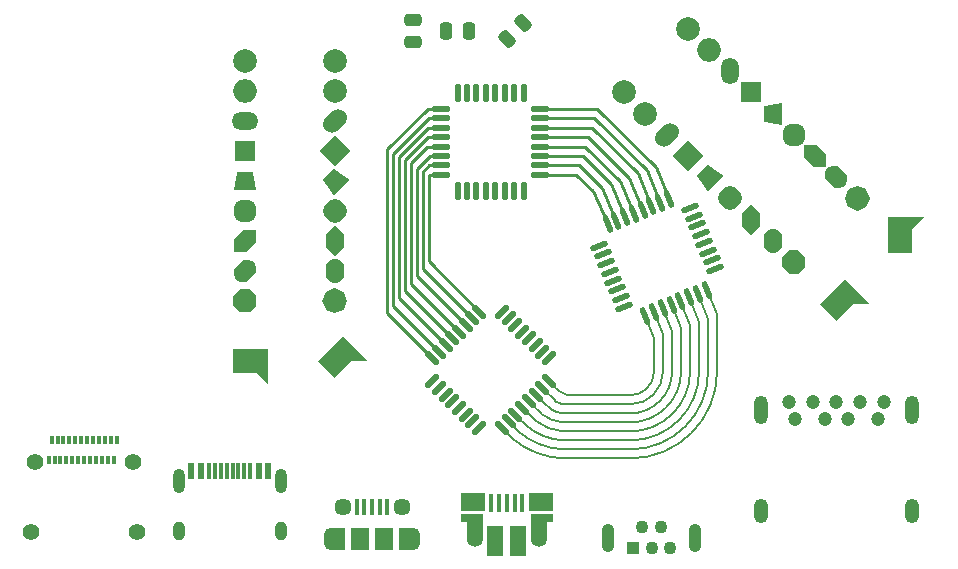
<source format=gbr>
G04 #@! TF.GenerationSoftware,KiCad,Pcbnew,5.99.0-unknown-9424d66d22~106~ubuntu18.04.1*
G04 #@! TF.CreationDate,2021-01-09T19:47:38+08:00*
G04 #@! TF.ProjectId,Flashpads,466c6173-6870-4616-9473-2e6b69636164,rev?*
G04 #@! TF.SameCoordinates,Original*
G04 #@! TF.FileFunction,Copper,L1,Top*
G04 #@! TF.FilePolarity,Positive*
%FSLAX46Y46*%
G04 Gerber Fmt 4.6, Leading zero omitted, Abs format (unit mm)*
G04 Created by KiCad (PCBNEW 5.99.0-unknown-9424d66d22~106~ubuntu18.04.1) date 2021-01-09 19:47:38*
%MOMM*%
%LPD*%
G01*
G04 APERTURE LIST*
G04 Aperture macros list*
%AMRoundRect*
0 Rectangle with rounded corners*
0 $1 Rounding radius*
0 $2 $3 $4 $5 $6 $7 $8 $9 X,Y pos of 4 corners*
0 Add a 4 corners polygon primitive as box body*
4,1,4,$2,$3,$4,$5,$6,$7,$8,$9,$2,$3,0*
0 Add four circle primitives for the rounded corners*
1,1,$1+$1,$2,$3,0*
1,1,$1+$1,$4,$5,0*
1,1,$1+$1,$6,$7,0*
1,1,$1+$1,$8,$9,0*
0 Add four rect primitives between the rounded corners*
20,1,$1+$1,$2,$3,$4,$5,0*
20,1,$1+$1,$4,$5,$6,$7,0*
20,1,$1+$1,$6,$7,$8,$9,0*
20,1,$1+$1,$8,$9,$2,$3,0*%
%AMHorizOval*
0 Thick line with rounded ends*
0 $1 width*
0 $2 $3 position (X,Y) of the first rounded end (center of the circle)*
0 $4 $5 position (X,Y) of the second rounded end (center of the circle)*
0 Add line between two ends*
20,1,$1,$2,$3,$4,$5,0*
0 Add two circle primitives to create the rounded ends*
1,1,$1,$2,$3,0*
1,1,$1,$4,$5,0*%
%AMRotRect*
0 Rectangle, with rotation*
0 The origin of the aperture is its center*
0 $1 length*
0 $2 width*
0 $3 Rotation angle, in degrees counterclockwise*
0 Add horizontal line*
21,1,$1,$2,0,0,$3*%
%AMOutline4P*
0 Free polygon, 4 corners , with rotation*
0 The origin of the aperture is its center*
0 number of corners: always 4*
0 $1 to $8 corner X, Y*
0 $9 Rotation angle, in degrees counterclockwise*
0 create outline with 4 corners*
4,1,4,$1,$2,$3,$4,$5,$6,$7,$8,$1,$2,$9*%
%AMOutline5P*
0 Free polygon, 5 corners , with rotation*
0 The origin of the aperture is its center*
0 number of corners: always 8*
0 $1 to $10 corner X, Y*
0 $11 Rotation angle, in degrees counterclockwise*
0 create outline with 8 corners*
4,1,5,$1,$2,$3,$4,$5,$6,$7,$8,$9,$10,$1,$2,$11*%
%AMOutline6P*
0 Free polygon, 6 corners , with rotation*
0 The origin of the aperture is its center*
0 number of corners: always 6*
0 $1 to $12 corner X, Y*
0 $13 Rotation angle, in degrees counterclockwise*
0 create outline with 6 corners*
4,1,6,$1,$2,$3,$4,$5,$6,$7,$8,$9,$10,$11,$12,$1,$2,$13*%
%AMOutline7P*
0 Free polygon, 7 corners , with rotation*
0 The origin of the aperture is its center*
0 number of corners: always 7*
0 $1 to $14 corner X, Y*
0 $15 Rotation angle, in degrees counterclockwise*
0 create outline with 7 corners*
4,1,7,$1,$2,$3,$4,$5,$6,$7,$8,$9,$10,$11,$12,$13,$14,$1,$2,$15*%
%AMOutline8P*
0 Free polygon, 8 corners , with rotation*
0 The origin of the aperture is its center*
0 number of corners: always 8*
0 $1 to $16 corner X, Y*
0 $17 Rotation angle, in degrees counterclockwise*
0 create outline with 8 corners*
4,1,8,$1,$2,$3,$4,$5,$6,$7,$8,$9,$10,$11,$12,$13,$14,$15,$16,$1,$2,$17*%
G04 Aperture macros list end*
G04 #@! TA.AperFunction,NonConductor*
%ADD10C,0.200000*%
G04 #@! TD*
G04 #@! TA.AperFunction,SMDPad,CuDef*
%ADD11R,1.430000X2.500000*%
G04 #@! TD*
G04 #@! TA.AperFunction,ComponentPad*
%ADD12O,1.350000X1.700000*%
G04 #@! TD*
G04 #@! TA.AperFunction,ComponentPad*
%ADD13O,1.100000X1.500000*%
G04 #@! TD*
G04 #@! TA.AperFunction,SMDPad,CuDef*
%ADD14R,0.400000X1.650000*%
G04 #@! TD*
G04 #@! TA.AperFunction,SMDPad,CuDef*
%ADD15R,2.000000X1.500000*%
G04 #@! TD*
G04 #@! TA.AperFunction,SMDPad,CuDef*
%ADD16R,1.825000X0.700000*%
G04 #@! TD*
G04 #@! TA.AperFunction,SMDPad,CuDef*
%ADD17R,1.350000X2.000000*%
G04 #@! TD*
G04 #@! TA.AperFunction,SMDPad,CuDef*
%ADD18R,0.300000X0.700000*%
G04 #@! TD*
G04 #@! TA.AperFunction,ComponentPad*
%ADD19C,1.400000*%
G04 #@! TD*
G04 #@! TA.AperFunction,ComponentPad*
%ADD20O,1.100000X2.400000*%
G04 #@! TD*
G04 #@! TA.AperFunction,ComponentPad*
%ADD21C,1.100000*%
G04 #@! TD*
G04 #@! TA.AperFunction,ComponentPad*
%ADD22R,1.100000X1.100000*%
G04 #@! TD*
G04 #@! TA.AperFunction,ComponentPad*
%ADD23O,1.200000X2.100000*%
G04 #@! TD*
G04 #@! TA.AperFunction,ComponentPad*
%ADD24O,1.200000X2.400000*%
G04 #@! TD*
G04 #@! TA.AperFunction,ComponentPad*
%ADD25C,1.200000*%
G04 #@! TD*
G04 #@! TA.AperFunction,SMDPad,CuDef*
%ADD26RoundRect,0.125000X-0.353553X-0.530330X0.530330X0.353553X0.353553X0.530330X-0.530330X-0.353553X0*%
G04 #@! TD*
G04 #@! TA.AperFunction,SMDPad,CuDef*
%ADD27RoundRect,0.125000X0.353553X-0.530330X0.530330X-0.353553X-0.353553X0.530330X-0.530330X0.353553X0*%
G04 #@! TD*
G04 #@! TA.AperFunction,SMDPad,CuDef*
%ADD28RoundRect,0.125000X-0.529589X-0.354662X0.625260X0.123692X0.529589X0.354662X-0.625260X-0.123692X0*%
G04 #@! TD*
G04 #@! TA.AperFunction,SMDPad,CuDef*
%ADD29RoundRect,0.125000X0.123692X-0.625260X0.354662X-0.529589X-0.123692X0.625260X-0.354662X0.529589X0*%
G04 #@! TD*
G04 #@! TA.AperFunction,SMDPad,CuDef*
%ADD30RoundRect,0.125000X-0.125000X-0.625000X0.125000X-0.625000X0.125000X0.625000X-0.125000X0.625000X0*%
G04 #@! TD*
G04 #@! TA.AperFunction,SMDPad,CuDef*
%ADD31RoundRect,0.125000X-0.625000X-0.125000X0.625000X-0.125000X0.625000X0.125000X-0.625000X0.125000X0*%
G04 #@! TD*
G04 #@! TA.AperFunction,SMDPad,CuDef*
%ADD32R,0.600000X1.450000*%
G04 #@! TD*
G04 #@! TA.AperFunction,SMDPad,CuDef*
%ADD33R,0.300000X1.450000*%
G04 #@! TD*
G04 #@! TA.AperFunction,ComponentPad*
%ADD34O,1.000000X2.100000*%
G04 #@! TD*
G04 #@! TA.AperFunction,ComponentPad*
%ADD35O,1.000000X1.600000*%
G04 #@! TD*
G04 #@! TA.AperFunction,SMDPad,CuDef*
%ADD36R,1.200000X1.900000*%
G04 #@! TD*
G04 #@! TA.AperFunction,ComponentPad*
%ADD37O,1.200000X1.900000*%
G04 #@! TD*
G04 #@! TA.AperFunction,SMDPad,CuDef*
%ADD38R,1.500000X1.900000*%
G04 #@! TD*
G04 #@! TA.AperFunction,ComponentPad*
%ADD39C,1.450000*%
G04 #@! TD*
G04 #@! TA.AperFunction,SMDPad,CuDef*
%ADD40R,0.400000X1.350000*%
G04 #@! TD*
G04 #@! TA.AperFunction,SMDPad,CuDef*
%ADD41RoundRect,0.250000X0.159099X-0.512652X0.512652X-0.159099X-0.159099X0.512652X-0.512652X0.159099X0*%
G04 #@! TD*
G04 #@! TA.AperFunction,SMDPad,CuDef*
%ADD42RoundRect,0.250000X-0.250000X-0.475000X0.250000X-0.475000X0.250000X0.475000X-0.250000X0.475000X0*%
G04 #@! TD*
G04 #@! TA.AperFunction,SMDPad,CuDef*
%ADD43RoundRect,0.250000X0.475000X-0.250000X0.475000X0.250000X-0.475000X0.250000X-0.475000X-0.250000X0*%
G04 #@! TD*
G04 #@! TA.AperFunction,ComponentPad*
%ADD44C,2.000000*%
G04 #@! TD*
G04 #@! TA.AperFunction,ComponentPad*
%ADD45HorizOval,2.000000X0.000000X0.000000X0.000000X0.000000X0*%
G04 #@! TD*
G04 #@! TA.AperFunction,ComponentPad*
%ADD46HorizOval,1.500000X0.265165X0.265165X-0.265165X-0.265165X0*%
G04 #@! TD*
G04 #@! TA.AperFunction,ComponentPad*
%ADD47RotRect,1.800000X1.800000X45.000000*%
G04 #@! TD*
G04 #@! TA.AperFunction,ComponentPad*
%ADD48Outline4P,-0.950000X-0.800000X0.950000X-0.800000X0.650000X0.800000X-0.650000X0.800000X45.000000*%
G04 #@! TD*
G04 #@! TA.AperFunction,ComponentPad*
%ADD49RoundRect,0.540000X0.000000X-0.509117X0.509117X0.000000X0.000000X0.509117X-0.509117X0.000000X0*%
G04 #@! TD*
G04 #@! TA.AperFunction,ComponentPad*
%ADD50Outline6P,0.180000X-0.900000X-0.900000X-0.900000X-0.900000X0.180000X-0.180000X0.900000X0.900000X0.900000X0.900000X-0.180000X45.000000*%
G04 #@! TD*
G04 #@! TA.AperFunction,ComponentPad*
%AMFp51*
4,1,19,0.180000,-0.899999,-0.360000,-0.899999,-0.472272,-0.888199,-0.610180,-0.838549,-0.729655,-0.753643,-0.821896,-0.639735,-0.880107,-0.505217,-0.899999,-0.360000,-0.899999,0.180000,-0.180000,0.899999,0.360000,0.899999,0.472272,0.888199,0.610180,0.838549,0.729655,0.753643,0.821896,0.639735,0.880107,0.505217,0.899999,0.360000,0.899999,-0.180000,0.180000,-0.899999,0.180000,-0.899999,$1*%
%ADD51Fp51,45.000000*%
G04 #@! TD*
G04 #@! TA.AperFunction,ComponentPad*
%AMFp52*
4,1,19,0.179999,-0.900000,-0.360000,-0.900000,-0.472272,-0.888200,-0.610180,-0.838550,-0.729655,-0.753643,-0.821897,-0.639735,-0.880108,-0.505216,-0.900000,-0.359999,-0.900000,0.180000,-0.179999,0.900000,0.360000,0.900000,0.472272,0.888200,0.610180,0.838550,0.729655,0.753643,0.821897,0.639735,0.880108,0.505216,0.900000,0.359999,0.900000,-0.180000,0.179999,-0.900000,0.179999,-0.900000,$1*%
%ADD52Fp52,90.000000*%
G04 #@! TD*
G04 #@! TA.AperFunction,ComponentPad*
%ADD53Outline6P,0.180000X-0.900000X-0.900000X-0.900000X-0.900000X0.180000X-0.180000X0.900000X0.900000X0.900000X0.900000X-0.180000X90.000000*%
G04 #@! TD*
G04 #@! TA.AperFunction,ComponentPad*
%ADD54RoundRect,0.540000X0.360000X-0.360000X0.360000X0.360000X-0.360000X0.360000X-0.360000X-0.360000X0*%
G04 #@! TD*
G04 #@! TA.AperFunction,ComponentPad*
%ADD55Outline4P,-0.950000X-0.800000X0.950000X-0.800000X0.650000X0.800000X-0.650000X0.800000X90.000000*%
G04 #@! TD*
G04 #@! TA.AperFunction,ComponentPad*
%ADD56R,1.800000X1.800000*%
G04 #@! TD*
G04 #@! TA.AperFunction,ComponentPad*
%ADD57O,1.500000X2.250000*%
G04 #@! TD*
G04 #@! TA.AperFunction,ComponentPad*
%ADD58O,2.000000X2.000000*%
G04 #@! TD*
G04 #@! TA.AperFunction,ComponentPad*
%AMFp59*
4,1,19,0.180000,-0.900000,-0.360000,-0.900000,-0.472272,-0.888200,-0.610180,-0.838550,-0.729655,-0.753643,-0.821897,-0.639735,-0.880108,-0.505217,-0.900000,-0.360000,-0.900000,0.180000,-0.180000,0.900000,0.360000,0.900000,0.472272,0.888200,0.610180,0.838550,0.729655,0.753643,0.821897,0.639735,0.880108,0.505217,0.900000,0.360000,0.900000,-0.180000,0.180000,-0.900000,0.180000,-0.900000,$1*%
%ADD59Fp59,0.000000*%
G04 #@! TD*
G04 #@! TA.AperFunction,ComponentPad*
%ADD60Outline6P,0.180000X-0.900000X-0.900000X-0.900000X-0.900000X0.180000X-0.180000X0.900000X0.900000X0.900000X0.900000X-0.180000X0.000000*%
G04 #@! TD*
G04 #@! TA.AperFunction,ComponentPad*
%ADD61RoundRect,0.540000X-0.360000X-0.360000X0.360000X-0.360000X0.360000X0.360000X-0.360000X0.360000X0*%
G04 #@! TD*
G04 #@! TA.AperFunction,ComponentPad*
%ADD62Outline4P,-0.950000X-0.800000X0.950000X-0.800000X0.650000X0.800000X-0.650000X0.800000X0.000000*%
G04 #@! TD*
G04 #@! TA.AperFunction,ComponentPad*
%ADD63O,2.250000X1.500000*%
G04 #@! TD*
G04 #@! TA.AperFunction,Conductor*
%ADD64C,0.200000*%
G04 #@! TD*
G04 #@! TA.AperFunction,Conductor*
%ADD65C,0.250000*%
G04 #@! TD*
G04 APERTURE END LIST*
D10*
X67568548Y-54596356D02*
G75*
G02*
X66294001Y-53720999I884452J2653356D01*
G01*
X66548000Y-55118000D02*
G75*
G03*
X67183001Y-55371999I1003257J1587402D01*
G01*
X65024000Y-54737000D02*
X66167000Y-55763807D01*
X64389000Y-55245000D02*
X65405000Y-56206502D01*
X63246000Y-56388000D02*
X64135000Y-57190412D01*
X62738000Y-56896000D02*
X63500000Y-57720851D01*
X63754000Y-55626000D02*
X64897000Y-56769000D01*
X66167000Y-55763808D02*
G75*
G03*
X67183001Y-56133999I1268434J1901936D01*
G01*
X65405000Y-56206502D02*
G75*
G03*
X67183001Y-56895999I2091144J2755213D01*
G01*
X64897000Y-56769001D02*
G75*
G03*
X67183001Y-57657999I2610387J3328789D01*
G01*
X64135000Y-57190412D02*
G75*
G03*
X67183001Y-58419999I3398672J4032298D01*
G01*
X63500000Y-57720852D02*
G75*
G03*
X67183001Y-59181999I4053969J4846225D01*
G01*
X62960110Y-58304327D02*
G75*
G03*
X67183001Y-59943999I4603890J5599327D01*
G01*
X72898143Y-59947962D02*
X67183000Y-59944000D01*
X72897991Y-59185962D02*
X67183000Y-59182000D01*
X72897837Y-58423962D02*
X67183000Y-58420000D01*
X72898104Y-57661962D02*
X67183000Y-57658000D01*
X67183000Y-56896000D02*
X72898251Y-56899961D01*
X72898151Y-56137961D02*
X67183000Y-56134000D01*
X72898402Y-55375960D02*
X67183000Y-55372000D01*
X72898144Y-59947963D02*
G75*
G03*
X80264000Y-52578000I-4108J7369963D01*
G01*
X72897991Y-59185963D02*
G75*
G03*
X79502000Y-52578000I-3955J6607963D01*
G01*
X72897837Y-58423963D02*
G75*
G03*
X78740000Y-52578000I-3801J5845963D01*
G01*
X72898105Y-57661962D02*
G75*
G03*
X77978000Y-52578000I-4069J5083962D01*
G01*
X72898252Y-56899962D02*
G75*
G03*
X77216000Y-52578000I-4216J4321962D01*
G01*
X72898151Y-56137962D02*
G75*
G03*
X76454000Y-52578000I-4115J3559962D01*
G01*
X72898403Y-55375961D02*
G75*
G03*
X75692000Y-52578000I-4367J2797961D01*
G01*
X80264000Y-47752000D02*
X80264000Y-52578000D01*
X79502000Y-48133000D02*
X79502000Y-52578000D01*
X78740000Y-48387000D02*
X78740000Y-52578000D01*
X77978000Y-48641000D02*
X77978000Y-52578000D01*
X75692000Y-52578000D02*
X75692000Y-49403000D01*
X76454000Y-49149000D02*
X76454000Y-52578000D01*
X77216000Y-48895000D02*
X77216000Y-52578000D01*
X74930000Y-52578000D02*
X74930000Y-49784000D01*
X74930000Y-52577999D02*
G75*
G02*
X72767037Y-54609999I-2035964J-1D01*
G01*
X72767037Y-54609999D02*
X67568548Y-54596357D01*
D11*
G04 #@! TO.P,REF\u002A\u002A,6*
G04 #@! TO.N,N/C*
X63419000Y-66917000D03*
X61499000Y-66917000D03*
D12*
X65189000Y-66647000D03*
X59729000Y-66647000D03*
D13*
X64879000Y-63647000D03*
X60039000Y-63647000D03*
D14*
G04 #@! TO.P,REF\u002A\u002A,5*
X63759000Y-63767000D03*
G04 #@! TO.P,REF\u002A\u002A,4*
X63109000Y-63767000D03*
G04 #@! TO.P,REF\u002A\u002A,3*
X62459000Y-63767000D03*
G04 #@! TO.P,REF\u002A\u002A,2*
X61809000Y-63767000D03*
G04 #@! TO.P,REF\u002A\u002A,1*
X61159000Y-63767000D03*
D15*
G04 #@! TO.P,REF\u002A\u002A,6*
X65359000Y-63647000D03*
X59609000Y-63667000D03*
D16*
X65459000Y-64967000D03*
X59509000Y-64967000D03*
D17*
X59729000Y-65717000D03*
X65209000Y-65717000D03*
G04 #@! TD*
D18*
G04 #@! TO.P,REF\u002A\u002A,B12*
G04 #@! TO.N,N/C*
X23670000Y-60053000D03*
G04 #@! TO.P,REF\u002A\u002A,B11*
X24170000Y-60053000D03*
G04 #@! TO.P,REF\u002A\u002A,B10*
X24670000Y-60053000D03*
G04 #@! TO.P,REF\u002A\u002A,B9*
X25170000Y-60053000D03*
G04 #@! TO.P,REF\u002A\u002A,B8*
X25670000Y-60053000D03*
G04 #@! TO.P,REF\u002A\u002A,B7*
X26170000Y-60053000D03*
G04 #@! TO.P,REF\u002A\u002A,B6*
X26670000Y-60053000D03*
G04 #@! TO.P,REF\u002A\u002A,B5*
X27170000Y-60053000D03*
G04 #@! TO.P,REF\u002A\u002A,B4*
X27670000Y-60053000D03*
G04 #@! TO.P,REF\u002A\u002A,B3*
X28170000Y-60053000D03*
G04 #@! TO.P,REF\u002A\u002A,B2*
X28670000Y-60053000D03*
D19*
G04 #@! TO.P,REF\u002A\u002A,S1*
X22180000Y-66213000D03*
X31160000Y-66213000D03*
X30800000Y-60263000D03*
D18*
G04 #@! TO.P,REF\u002A\u002A,B1*
X29170000Y-60053000D03*
G04 #@! TO.P,REF\u002A\u002A,A11*
X28920000Y-58353000D03*
G04 #@! TO.P,REF\u002A\u002A,A8*
X27420000Y-58353000D03*
G04 #@! TO.P,REF\u002A\u002A,A9*
X27920000Y-58353000D03*
G04 #@! TO.P,REF\u002A\u002A,A10*
X28420000Y-58353000D03*
G04 #@! TO.P,REF\u002A\u002A,A12*
X29420000Y-58353000D03*
G04 #@! TO.P,REF\u002A\u002A,A7*
X26920000Y-58353000D03*
G04 #@! TO.P,REF\u002A\u002A,A6*
X26420000Y-58353000D03*
G04 #@! TO.P,REF\u002A\u002A,A5*
X25920000Y-58353000D03*
G04 #@! TO.P,REF\u002A\u002A,A4*
X25420000Y-58353000D03*
G04 #@! TO.P,REF\u002A\u002A,A3*
X24920000Y-58353000D03*
G04 #@! TO.P,REF\u002A\u002A,A2*
X24420000Y-58353000D03*
G04 #@! TO.P,REF\u002A\u002A,A1*
X23920000Y-58353000D03*
D19*
G04 #@! TO.P,REF\u002A\u002A,S1*
X22540000Y-60263000D03*
G04 #@! TD*
D20*
G04 #@! TO.P,REF\u002A\u002A,6*
G04 #@! TO.N,N/C*
X78364000Y-66661000D03*
X71064000Y-66661000D03*
D21*
G04 #@! TO.P,REF\u002A\u002A,5*
X76314000Y-67536000D03*
G04 #@! TO.P,REF\u002A\u002A,4*
X75514000Y-65786000D03*
G04 #@! TO.P,REF\u002A\u002A,3*
X74714000Y-67536000D03*
G04 #@! TO.P,REF\u002A\u002A,2*
X73914000Y-65786000D03*
D22*
G04 #@! TO.P,REF\u002A\u002A,1*
X73114000Y-67536000D03*
G04 #@! TD*
D23*
G04 #@! TO.P,REF\u002A\u002A,10*
G04 #@! TO.N,N/C*
X83968000Y-64392000D03*
X96768000Y-64392000D03*
D24*
X83968000Y-55892000D03*
X96768000Y-55892000D03*
D25*
G04 #@! TO.P,REF\u002A\u002A,9*
X86368000Y-55142000D03*
G04 #@! TO.P,REF\u002A\u002A,8*
X88368000Y-55142000D03*
G04 #@! TO.P,REF\u002A\u002A,7*
X90368000Y-55142000D03*
G04 #@! TO.P,REF\u002A\u002A,6*
X92368000Y-55142000D03*
G04 #@! TO.P,REF\u002A\u002A,5*
X94368000Y-55142000D03*
G04 #@! TO.P,REF\u002A\u002A,4*
X93868000Y-56642000D03*
G04 #@! TO.P,REF\u002A\u002A,3*
X91368000Y-56642000D03*
G04 #@! TO.P,REF\u002A\u002A,2*
X89368000Y-56642000D03*
G04 #@! TO.P,REF\u002A\u002A,1*
X86868000Y-56642000D03*
G04 #@! TD*
D26*
G04 #@! TO.P,IC3,1*
G04 #@! TO.N,N/C*
X56154930Y-53423272D03*
G04 #@! TO.P,IC3,2*
X56720616Y-53988957D03*
G04 #@! TO.P,IC3,3*
X57286301Y-54554643D03*
G04 #@! TO.P,IC3,4*
X57851986Y-55120328D03*
G04 #@! TO.P,IC3,5*
X58417672Y-55686014D03*
G04 #@! TO.P,IC3,6*
X58983357Y-56251699D03*
G04 #@! TO.P,IC3,7*
X59549043Y-56817384D03*
G04 #@! TO.P,IC3,8*
X60114728Y-57383070D03*
D27*
G04 #@! TO.P,IC3,9*
X62059272Y-57383070D03*
G04 #@! TO.P,IC3,10*
X62624957Y-56817384D03*
G04 #@! TO.P,IC3,11*
X63190643Y-56251699D03*
G04 #@! TO.P,IC3,12*
X63756328Y-55686014D03*
G04 #@! TO.P,IC3,13*
X64322014Y-55120328D03*
G04 #@! TO.P,IC3,14*
X64887699Y-54554643D03*
G04 #@! TO.P,IC3,15*
X65453384Y-53988957D03*
G04 #@! TO.P,IC3,16*
X66019070Y-53423272D03*
D26*
G04 #@! TO.P,IC3,17*
X66019070Y-51478728D03*
G04 #@! TO.P,IC3,18*
X65453384Y-50913043D03*
G04 #@! TO.P,IC3,19*
X64887699Y-50347357D03*
G04 #@! TO.P,IC3,20*
X64322014Y-49781672D03*
G04 #@! TO.P,IC3,21*
X63756328Y-49215986D03*
G04 #@! TO.P,IC3,22*
X63190643Y-48650301D03*
G04 #@! TO.P,IC3,23*
X62624957Y-48084616D03*
G04 #@! TO.P,IC3,24*
X62059272Y-47518930D03*
D27*
G04 #@! TO.P,IC3,25*
X60114728Y-47518930D03*
G04 #@! TO.P,IC3,26*
X59549043Y-48084616D03*
G04 #@! TO.P,IC3,27*
X58983357Y-48650301D03*
G04 #@! TO.P,IC3,28*
X58417672Y-49215986D03*
G04 #@! TO.P,IC3,29*
X57851986Y-49781672D03*
G04 #@! TO.P,IC3,30*
X57286301Y-50347357D03*
G04 #@! TO.P,IC3,31*
X56720616Y-50913043D03*
G04 #@! TO.P,IC3,32*
X56154930Y-51478728D03*
G04 #@! TD*
D28*
G04 #@! TO.P,IC2,1*
G04 #@! TO.N,N/C*
X70255289Y-41936841D03*
G04 #@! TO.P,IC2,2*
X70561436Y-42675944D03*
G04 #@! TO.P,IC2,3*
X70867583Y-43415048D03*
G04 #@! TO.P,IC2,4*
X71173730Y-44154152D03*
G04 #@! TO.P,IC2,5*
X71479876Y-44893255D03*
G04 #@! TO.P,IC2,6*
X71786023Y-45632359D03*
G04 #@! TO.P,IC2,7*
X72092170Y-46371462D03*
G04 #@! TO.P,IC2,8*
X72398317Y-47110566D03*
D29*
G04 #@! TO.P,IC2,9*
X74194841Y-47854711D03*
G04 #@! TO.P,IC2,10*
X74933944Y-47548564D03*
G04 #@! TO.P,IC2,11*
X75673048Y-47242417D03*
G04 #@! TO.P,IC2,12*
X76412152Y-46936270D03*
G04 #@! TO.P,IC2,13*
X77151255Y-46630124D03*
G04 #@! TO.P,IC2,14*
X77890359Y-46323977D03*
G04 #@! TO.P,IC2,15*
X78629462Y-46017830D03*
G04 #@! TO.P,IC2,16*
X79368566Y-45711683D03*
D28*
G04 #@! TO.P,IC2,17*
X80112711Y-43915159D03*
G04 #@! TO.P,IC2,18*
X79806564Y-43176056D03*
G04 #@! TO.P,IC2,19*
X79500417Y-42436952D03*
G04 #@! TO.P,IC2,20*
X79194270Y-41697848D03*
G04 #@! TO.P,IC2,21*
X78888124Y-40958745D03*
G04 #@! TO.P,IC2,22*
X78581977Y-40219641D03*
G04 #@! TO.P,IC2,23*
X78275830Y-39480538D03*
G04 #@! TO.P,IC2,24*
X77969683Y-38741434D03*
D29*
G04 #@! TO.P,IC2,25*
X76173159Y-37997289D03*
G04 #@! TO.P,IC2,26*
X75434056Y-38303436D03*
G04 #@! TO.P,IC2,27*
X74694952Y-38609583D03*
G04 #@! TO.P,IC2,28*
X73955848Y-38915730D03*
G04 #@! TO.P,IC2,29*
X73216745Y-39221876D03*
G04 #@! TO.P,IC2,30*
X72477641Y-39528023D03*
G04 #@! TO.P,IC2,31*
X71738538Y-39834170D03*
G04 #@! TO.P,IC2,32*
X70999434Y-40140317D03*
G04 #@! TD*
D30*
G04 #@! TO.P,IC1,32*
G04 #@! TO.N,N/C*
X58287000Y-28972000D03*
G04 #@! TO.P,IC1,31*
X59087000Y-28972000D03*
G04 #@! TO.P,IC1,30*
X59887000Y-28972000D03*
G04 #@! TO.P,IC1,29*
X60687000Y-28972000D03*
G04 #@! TO.P,IC1,28*
X61487000Y-28972000D03*
G04 #@! TO.P,IC1,27*
X62287000Y-28972000D03*
G04 #@! TO.P,IC1,26*
X63087000Y-28972000D03*
G04 #@! TO.P,IC1,25*
X63887000Y-28972000D03*
D31*
G04 #@! TO.P,IC1,24*
X65262000Y-30347000D03*
G04 #@! TO.P,IC1,23*
X65262000Y-31147000D03*
G04 #@! TO.P,IC1,22*
X65262000Y-31947000D03*
G04 #@! TO.P,IC1,21*
X65262000Y-32747000D03*
G04 #@! TO.P,IC1,20*
X65262000Y-33547000D03*
G04 #@! TO.P,IC1,19*
X65262000Y-34347000D03*
G04 #@! TO.P,IC1,18*
X65262000Y-35147000D03*
G04 #@! TO.P,IC1,17*
X65262000Y-35947000D03*
D30*
G04 #@! TO.P,IC1,16*
X63887000Y-37322000D03*
G04 #@! TO.P,IC1,15*
X63087000Y-37322000D03*
G04 #@! TO.P,IC1,14*
X62287000Y-37322000D03*
G04 #@! TO.P,IC1,13*
X61487000Y-37322000D03*
G04 #@! TO.P,IC1,12*
X60687000Y-37322000D03*
G04 #@! TO.P,IC1,11*
X59887000Y-37322000D03*
G04 #@! TO.P,IC1,10*
X59087000Y-37322000D03*
G04 #@! TO.P,IC1,9*
X58287000Y-37322000D03*
D31*
G04 #@! TO.P,IC1,8*
X56912000Y-35947000D03*
G04 #@! TO.P,IC1,7*
X56912000Y-35147000D03*
G04 #@! TO.P,IC1,6*
X56912000Y-34347000D03*
G04 #@! TO.P,IC1,5*
X56912000Y-33547000D03*
G04 #@! TO.P,IC1,4*
X56912000Y-32747000D03*
G04 #@! TO.P,IC1,3*
X56912000Y-31947000D03*
G04 #@! TO.P,IC1,2*
X56912000Y-31147000D03*
G04 #@! TO.P,IC1,1*
X56912000Y-30347000D03*
G04 #@! TD*
D32*
G04 #@! TO.P,REF\u002A\u002A,B1*
G04 #@! TO.N,N/C*
X42239000Y-60979000D03*
G04 #@! TO.P,REF\u002A\u002A,A9*
X41439000Y-60979000D03*
G04 #@! TO.P,REF\u002A\u002A,B9*
X36539000Y-60979000D03*
G04 #@! TO.P,REF\u002A\u002A,B12*
X35739000Y-60979000D03*
G04 #@! TO.P,REF\u002A\u002A,A1*
X35739000Y-60979000D03*
G04 #@! TO.P,REF\u002A\u002A,A4*
X36539000Y-60979000D03*
G04 #@! TO.P,REF\u002A\u002A,B4*
X41439000Y-60979000D03*
G04 #@! TO.P,REF\u002A\u002A,A12*
X42239000Y-60979000D03*
D33*
G04 #@! TO.P,REF\u002A\u002A,B8*
X37239000Y-60979000D03*
G04 #@! TO.P,REF\u002A\u002A,A5*
X37739000Y-60979000D03*
G04 #@! TO.P,REF\u002A\u002A,B7*
X38239000Y-60979000D03*
G04 #@! TO.P,REF\u002A\u002A,A7*
X39239000Y-60979000D03*
G04 #@! TO.P,REF\u002A\u002A,B6*
X39739000Y-60979000D03*
G04 #@! TO.P,REF\u002A\u002A,A8*
X40239000Y-60979000D03*
G04 #@! TO.P,REF\u002A\u002A,B5*
X40739000Y-60979000D03*
G04 #@! TO.P,REF\u002A\u002A,A6*
X38739000Y-60979000D03*
D34*
G04 #@! TO.P,REF\u002A\u002A,S1*
X43309000Y-61894000D03*
X34669000Y-61894000D03*
D35*
X34669000Y-66074000D03*
X43309000Y-66074000D03*
G04 #@! TD*
D36*
G04 #@! TO.P,REF\u002A\u002A,6*
G04 #@! TO.N,N/C*
X48154000Y-66769500D03*
X53954000Y-66769500D03*
D37*
X54554000Y-66769500D03*
X47554000Y-66769500D03*
D38*
X50054000Y-66769500D03*
D39*
X53554000Y-64069500D03*
D40*
G04 #@! TO.P,REF\u002A\u002A,3*
X51054000Y-64069500D03*
G04 #@! TO.P,REF\u002A\u002A,4*
X51704000Y-64069500D03*
G04 #@! TO.P,REF\u002A\u002A,5*
X52354000Y-64069500D03*
G04 #@! TO.P,REF\u002A\u002A,1*
X49754000Y-64069500D03*
G04 #@! TO.P,REF\u002A\u002A,2*
X50404000Y-64069500D03*
D39*
G04 #@! TO.P,REF\u002A\u002A,6*
X48554000Y-64069500D03*
D38*
X52054000Y-66769500D03*
G04 #@! TD*
D41*
G04 #@! TO.P,C3,1*
G04 #@! TO.N,N/C*
X62447249Y-24420751D03*
G04 #@! TO.P,C3,2*
X63790751Y-23077249D03*
G04 #@! TD*
D42*
G04 #@! TO.P,C2,1*
G04 #@! TO.N,N/C*
X57343000Y-23749000D03*
G04 #@! TO.P,C2,2*
X59243000Y-23749000D03*
G04 #@! TD*
D43*
G04 #@! TO.P,C1,2*
G04 #@! TO.N,N/C*
X54483000Y-22799000D03*
G04 #@! TO.P,C1,1*
X54483000Y-24699000D03*
G04 #@! TD*
D44*
G04 #@! TO.P,U2,1*
G04 #@! TO.N,N/C*
X72390000Y-28956000D03*
D45*
G04 #@! TO.P,U2,2*
X74186051Y-30752051D03*
D46*
G04 #@! TO.P,U2,3*
X75982102Y-32548102D03*
D47*
G04 #@! TO.P,U2,4*
X77778154Y-34344154D03*
D48*
G04 #@! TO.P,U2,5*
X79574205Y-36140205D03*
D49*
G04 #@! TO.P,U2,6*
X81370256Y-37936256D03*
D50*
G04 #@! TO.P,U2,7*
X83166307Y-39732307D03*
D51*
G04 #@! TO.P,U2,8*
X84962359Y-41528359D03*
G04 #@! TA.AperFunction,ComponentPad*
G04 #@! TO.P,U2,9*
G36*
X86375441Y-42340647D02*
G01*
X87141378Y-42340646D01*
X87141379Y-42340647D01*
X87183805Y-42358220D01*
X87724671Y-42899086D01*
X87737097Y-42929086D01*
X87742245Y-42941513D01*
X87742244Y-43707308D01*
X87724671Y-43749734D01*
X87183734Y-44290671D01*
X87183730Y-44290672D01*
X87183729Y-44290674D01*
X87165271Y-44298318D01*
X87141308Y-44308244D01*
X87141306Y-44308243D01*
X87141301Y-44308245D01*
X86375436Y-44308173D01*
X86357076Y-44300566D01*
X86333015Y-44290600D01*
X85792221Y-43749804D01*
X85792220Y-43749804D01*
X85774647Y-43707379D01*
X85774646Y-42941442D01*
X85781926Y-42923868D01*
X85792220Y-42899015D01*
X86333015Y-42358220D01*
X86375441Y-42340647D01*
G37*
G04 #@! TD.AperFunction*
G04 #@! TA.AperFunction,ComponentPad*
G04 #@! TO.P,U2,10*
G36*
X91416312Y-37173968D02*
G01*
X92123946Y-36880856D01*
X92123947Y-36880856D01*
X92169867Y-36880856D01*
X92876543Y-37173570D01*
X92899504Y-37196532D01*
X92909015Y-37206043D01*
X93202072Y-37913546D01*
X93202072Y-37959467D01*
X92909320Y-38666235D01*
X92909316Y-38666238D01*
X92909316Y-38666240D01*
X92895188Y-38680366D01*
X92876848Y-38698706D01*
X92876845Y-38698706D01*
X92876842Y-38698709D01*
X92169246Y-38991728D01*
X92149373Y-38991726D01*
X92123331Y-38991726D01*
X91416748Y-38699049D01*
X91416747Y-38699049D01*
X91384276Y-38666578D01*
X91091164Y-37958944D01*
X91091164Y-37939922D01*
X91091164Y-37913023D01*
X91383840Y-37206439D01*
X91416312Y-37173968D01*
G37*
G04 #@! TD.AperFunction*
D52*
G04 #@! TO.P,U2,11*
X90350512Y-36140205D03*
D53*
G04 #@! TO.P,U2,12*
X88554461Y-34344154D03*
D54*
G04 #@! TO.P,U2,13*
X86758410Y-32548102D03*
D55*
G04 #@! TO.P,U2,14*
X84962359Y-30752051D03*
D56*
G04 #@! TO.P,U2,15*
X83166307Y-28956000D03*
D57*
G04 #@! TO.P,U2,16*
X81370256Y-27159949D03*
D58*
G04 #@! TO.P,U2,17*
X79574205Y-25363898D03*
D44*
G04 #@! TO.P,U2,18*
X77778154Y-23567846D03*
G04 #@! TA.AperFunction,ComponentPad*
G04 #@! TO.P,U2,19*
G36*
X93178939Y-46916512D02*
G01*
X91764725Y-46916512D01*
X90350512Y-48330725D01*
X88936299Y-46916512D01*
X91057618Y-44795192D01*
X93178939Y-46916512D01*
G37*
G04 #@! TD.AperFunction*
G04 #@! TA.AperFunction,ComponentPad*
G04 #@! TO.P,U2,20*
G36*
X97738666Y-39528360D02*
G01*
X96738666Y-40528360D01*
X96738665Y-42528359D01*
X94738666Y-42528358D01*
X94738667Y-39528359D01*
X97738666Y-39528360D01*
G37*
G04 #@! TD.AperFunction*
G04 #@! TD*
G04 #@! TA.AperFunction,ComponentPad*
G04 #@! TO.P,U1,20*
G04 #@! TO.N,N/C*
G36*
X50707427Y-51689000D02*
G01*
X49293213Y-51689000D01*
X47879000Y-53103213D01*
X46464787Y-51689000D01*
X48586106Y-49567680D01*
X50707427Y-51689000D01*
G37*
G04 #@! TD.AperFunction*
G04 #@! TA.AperFunction,ComponentPad*
G04 #@! TO.P,U1,19*
G36*
X42259000Y-53689000D02*
G01*
X41259000Y-52689000D01*
X39259000Y-52689000D01*
X39259000Y-50689000D01*
X42259000Y-50689000D01*
X42259000Y-53689000D01*
G37*
G04 #@! TD.AperFunction*
G04 #@! TO.P,U1,18*
X47879000Y-26289000D03*
D45*
G04 #@! TO.P,U1,17*
X47879000Y-28829000D03*
D46*
G04 #@! TO.P,U1,16*
X47879000Y-31369000D03*
D47*
G04 #@! TO.P,U1,15*
X47879000Y-33909000D03*
D48*
G04 #@! TO.P,U1,14*
X47879000Y-36449000D03*
D49*
G04 #@! TO.P,U1,13*
X47879000Y-38989000D03*
D50*
G04 #@! TO.P,U1,12*
X47879000Y-41529000D03*
D51*
G04 #@! TO.P,U1,11*
X47879000Y-44069000D03*
G04 #@! TA.AperFunction,ComponentPad*
G04 #@! TO.P,U1,10*
G36*
X47901652Y-45553615D02*
G01*
X48609286Y-45846726D01*
X48609287Y-45846727D01*
X48641759Y-45879198D01*
X48934473Y-46585874D01*
X48934473Y-46618345D01*
X48934473Y-46631796D01*
X48641415Y-47339299D01*
X48608944Y-47371771D01*
X47902176Y-47664523D01*
X47902172Y-47664523D01*
X47902170Y-47664525D01*
X47882192Y-47664523D01*
X47856255Y-47664523D01*
X47856254Y-47664521D01*
X47856249Y-47664521D01*
X47148708Y-47371371D01*
X47134657Y-47357317D01*
X47116241Y-47338902D01*
X46823566Y-46632318D01*
X46823565Y-46632317D01*
X46823565Y-46586398D01*
X47116676Y-45878764D01*
X47130127Y-45865313D01*
X47149148Y-45846291D01*
X47855732Y-45553615D01*
X47901652Y-45553615D01*
G37*
G04 #@! TD.AperFunction*
G04 #@! TA.AperFunction,ComponentPad*
G04 #@! TO.P,U1,9*
G36*
X40683826Y-45642574D02*
G01*
X41225426Y-46184173D01*
X41225426Y-46184174D01*
X41243000Y-46226600D01*
X41243000Y-46991500D01*
X41230573Y-47021500D01*
X41225426Y-47033927D01*
X40683926Y-47575426D01*
X40641500Y-47593000D01*
X39876500Y-47593000D01*
X39876496Y-47592998D01*
X39876494Y-47592999D01*
X39858037Y-47585352D01*
X39834074Y-47575426D01*
X39834073Y-47575424D01*
X39834069Y-47575422D01*
X39292570Y-47033822D01*
X39284967Y-47015461D01*
X39275000Y-46991400D01*
X39275001Y-46226600D01*
X39275001Y-46226599D01*
X39292574Y-46184174D01*
X39834173Y-45642574D01*
X39851747Y-45635295D01*
X39876600Y-45625000D01*
X40641400Y-45625000D01*
X40683826Y-45642574D01*
G37*
G04 #@! TD.AperFunction*
D59*
G04 #@! TO.P,U1,8*
X40259000Y-44069000D03*
D60*
G04 #@! TO.P,U1,7*
X40259000Y-41529000D03*
D61*
G04 #@! TO.P,U1,6*
X40259000Y-38989000D03*
D62*
G04 #@! TO.P,U1,5*
X40259000Y-36449000D03*
D56*
G04 #@! TO.P,U1,4*
X40259000Y-33909000D03*
D63*
G04 #@! TO.P,U1,3*
X40259000Y-31369000D03*
D58*
G04 #@! TO.P,U1,2*
X40259000Y-28829000D03*
D44*
G04 #@! TO.P,U1,1*
X40259000Y-26289000D03*
G04 #@! TD*
D64*
G04 #@! TO.N,*
X79368566Y-45711683D02*
X80264000Y-47752000D01*
D65*
X70098000Y-30347000D02*
X75057000Y-35306000D01*
X65262000Y-30347000D02*
X70098000Y-30347000D01*
X65262000Y-31147000D02*
X69882000Y-31147000D01*
X69882000Y-31147000D02*
X74295000Y-35560000D01*
X74295000Y-35560000D02*
X75434056Y-38303436D01*
X65262000Y-31947000D02*
X69666000Y-31947000D01*
X69666000Y-31947000D02*
X73533000Y-35814000D01*
X73533000Y-35814000D02*
X74693369Y-38608000D01*
D64*
X74693369Y-38608000D02*
X74694952Y-38609583D01*
D65*
X65262000Y-32747000D02*
X69323000Y-32747000D01*
X69323000Y-32747000D02*
X72771000Y-36195000D01*
D64*
X73914000Y-38873882D02*
X73955848Y-38915730D01*
D65*
X72771000Y-36195000D02*
X73914000Y-38873882D01*
X65262000Y-33547000D02*
X69107000Y-33547000D01*
X69107000Y-33547000D02*
X72009000Y-36449000D01*
X72009000Y-36449000D02*
X73216745Y-39221876D01*
X65262000Y-34347000D02*
X68891000Y-34347000D01*
X68891000Y-34347000D02*
X71247000Y-36703000D01*
X71247000Y-36703000D02*
X72477641Y-39528023D01*
X65262000Y-35147000D02*
X68548000Y-35147000D01*
X68548000Y-35147000D02*
X70485000Y-37084000D01*
X70485000Y-37084000D02*
X71738538Y-39834170D01*
X70999434Y-40140317D02*
X69723000Y-37338000D01*
X69723000Y-37338000D02*
X68332000Y-35947000D01*
X68332000Y-35947000D02*
X67570000Y-35947000D01*
X68332000Y-35947000D02*
X65262000Y-35947000D01*
D64*
X74933944Y-47548564D02*
X75692000Y-49403000D01*
X75692000Y-47261369D02*
X76454000Y-49149000D01*
X75673048Y-47242417D02*
X75692000Y-47261369D01*
X76412152Y-46936270D02*
X77216000Y-48895000D01*
X77151255Y-46630124D02*
X77978000Y-48641000D01*
X77890359Y-46323977D02*
X78740000Y-48387000D01*
X78629462Y-46017830D02*
X79502000Y-48133000D01*
X62059272Y-57383070D02*
X62969202Y-58293000D01*
X65453384Y-53988957D02*
X66582427Y-55118000D01*
X74194841Y-47854711D02*
X74930000Y-49784000D01*
X74933944Y-47548564D02*
X75010380Y-47625000D01*
D65*
X76173159Y-37997289D02*
X75057000Y-35306000D01*
D64*
X76173159Y-37997289D02*
X76200000Y-38024130D01*
D65*
X56912000Y-30347000D02*
X55759000Y-30347000D01*
X55759000Y-30347000D02*
X52324000Y-33782000D01*
X52324000Y-33782000D02*
X52324000Y-47647798D01*
X52324000Y-47647798D02*
X56154930Y-51478728D01*
X56912000Y-31147000D02*
X55848000Y-31147000D01*
X52832000Y-47024427D02*
X56720616Y-50913043D01*
X55848000Y-31147000D02*
X52832000Y-34163000D01*
X52832000Y-34163000D02*
X52832000Y-47024427D01*
X53340000Y-46401056D02*
X57286301Y-50347357D01*
X56912000Y-31947000D02*
X55810000Y-31947000D01*
X55810000Y-31947000D02*
X53340000Y-34417000D01*
X53340000Y-34417000D02*
X53340000Y-46401056D01*
X53848000Y-45777686D02*
X57851986Y-49781672D01*
X56912000Y-32747000D02*
X55772000Y-32747000D01*
X55772000Y-32747000D02*
X53848000Y-34671000D01*
X53848000Y-34671000D02*
X53848000Y-45777686D01*
X54356000Y-45154314D02*
X58417672Y-49215986D01*
X55734000Y-33547000D02*
X54356000Y-34925000D01*
X54356000Y-34925000D02*
X54356000Y-45154314D01*
X56912000Y-33547000D02*
X55734000Y-33547000D01*
X54864000Y-44530944D02*
X58983357Y-48650301D01*
X56912000Y-34347000D02*
X55950000Y-34347000D01*
X55950000Y-34347000D02*
X54864000Y-35433000D01*
X54864000Y-35433000D02*
X54864000Y-44530944D01*
X56912000Y-35147000D02*
X55912000Y-35147000D01*
X55912000Y-35147000D02*
X55372000Y-35687000D01*
X55372000Y-35687000D02*
X55372000Y-43907573D01*
X55372000Y-43907573D02*
X59549043Y-48084616D01*
X56912000Y-35947000D02*
X55874000Y-35947000D01*
X55874000Y-35947000D02*
X55874000Y-43278202D01*
X55874000Y-43278202D02*
X60114728Y-47518930D01*
X56912000Y-32747000D02*
X56912000Y-32750000D01*
G04 #@! TD*
M02*

</source>
